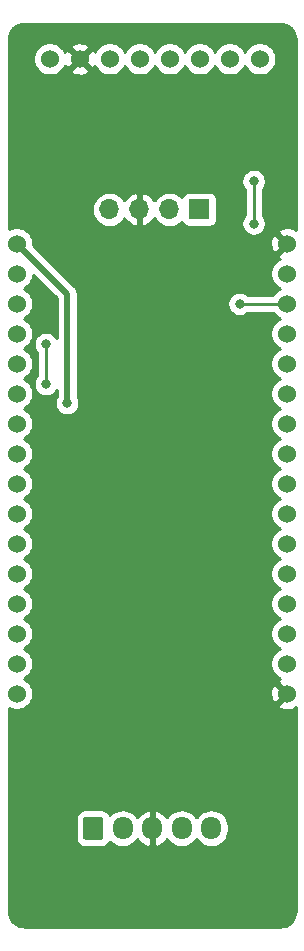
<source format=gbr>
G04 #@! TF.GenerationSoftware,KiCad,Pcbnew,(5.1.0-0)*
G04 #@! TF.CreationDate,2019-06-19T18:31:01-07:00*
G04 #@! TF.ProjectId,d32_sapflow_rtc,6433325f-7361-4706-966c-6f775f727463,rev?*
G04 #@! TF.SameCoordinates,Original*
G04 #@! TF.FileFunction,Copper,L2,Bot*
G04 #@! TF.FilePolarity,Positive*
%FSLAX46Y46*%
G04 Gerber Fmt 4.6, Leading zero omitted, Abs format (unit mm)*
G04 Created by KiCad (PCBNEW (5.1.0-0)) date 2019-06-19 18:31:01*
%MOMM*%
%LPD*%
G04 APERTURE LIST*
%ADD10R,1.700000X1.700000*%
%ADD11O,1.700000X1.700000*%
%ADD12C,1.524000*%
%ADD13C,0.100000*%
%ADD14C,1.700000*%
%ADD15O,1.700000X1.950000*%
%ADD16C,0.800000*%
%ADD17C,0.250000*%
%ADD18C,0.500000*%
%ADD19C,0.254000*%
G04 APERTURE END LIST*
D10*
X170600000Y-85800000D03*
D11*
X168060000Y-85800000D03*
X165520000Y-85800000D03*
X162980000Y-85800000D03*
D12*
X155145001Y-88695001D03*
X155145001Y-91235001D03*
X155145001Y-93775001D03*
X155145001Y-96315001D03*
X155145001Y-98855001D03*
X155145001Y-101395001D03*
X155145001Y-103935001D03*
X155145001Y-106475001D03*
X155145001Y-109015001D03*
X155145001Y-111555001D03*
X155145001Y-114095001D03*
X155145001Y-116635001D03*
X155145001Y-119175001D03*
X155145001Y-121715001D03*
X155145001Y-124255001D03*
X155145001Y-126795001D03*
X178005001Y-126795001D03*
X178005001Y-124255001D03*
X178005001Y-121715001D03*
X178005001Y-119175001D03*
X178005001Y-116635001D03*
X178005001Y-114095001D03*
X178005001Y-111555001D03*
X178005001Y-109015001D03*
X178005001Y-106475001D03*
X178005001Y-103935001D03*
X178005001Y-101395001D03*
X178005001Y-98855001D03*
X178005001Y-96315001D03*
X178005001Y-93775001D03*
X178005001Y-91235001D03*
X178005001Y-88695001D03*
D13*
G36*
X162224504Y-137226204D02*
G01*
X162248773Y-137229804D01*
X162272571Y-137235765D01*
X162295671Y-137244030D01*
X162317849Y-137254520D01*
X162338893Y-137267133D01*
X162358598Y-137281747D01*
X162376777Y-137298223D01*
X162393253Y-137316402D01*
X162407867Y-137336107D01*
X162420480Y-137357151D01*
X162430970Y-137379329D01*
X162439235Y-137402429D01*
X162445196Y-137426227D01*
X162448796Y-137450496D01*
X162450000Y-137475000D01*
X162450000Y-138925000D01*
X162448796Y-138949504D01*
X162445196Y-138973773D01*
X162439235Y-138997571D01*
X162430970Y-139020671D01*
X162420480Y-139042849D01*
X162407867Y-139063893D01*
X162393253Y-139083598D01*
X162376777Y-139101777D01*
X162358598Y-139118253D01*
X162338893Y-139132867D01*
X162317849Y-139145480D01*
X162295671Y-139155970D01*
X162272571Y-139164235D01*
X162248773Y-139170196D01*
X162224504Y-139173796D01*
X162200000Y-139175000D01*
X161000000Y-139175000D01*
X160975496Y-139173796D01*
X160951227Y-139170196D01*
X160927429Y-139164235D01*
X160904329Y-139155970D01*
X160882151Y-139145480D01*
X160861107Y-139132867D01*
X160841402Y-139118253D01*
X160823223Y-139101777D01*
X160806747Y-139083598D01*
X160792133Y-139063893D01*
X160779520Y-139042849D01*
X160769030Y-139020671D01*
X160760765Y-138997571D01*
X160754804Y-138973773D01*
X160751204Y-138949504D01*
X160750000Y-138925000D01*
X160750000Y-137475000D01*
X160751204Y-137450496D01*
X160754804Y-137426227D01*
X160760765Y-137402429D01*
X160769030Y-137379329D01*
X160779520Y-137357151D01*
X160792133Y-137336107D01*
X160806747Y-137316402D01*
X160823223Y-137298223D01*
X160841402Y-137281747D01*
X160861107Y-137267133D01*
X160882151Y-137254520D01*
X160904329Y-137244030D01*
X160927429Y-137235765D01*
X160951227Y-137229804D01*
X160975496Y-137226204D01*
X161000000Y-137225000D01*
X162200000Y-137225000D01*
X162224504Y-137226204D01*
X162224504Y-137226204D01*
G37*
D14*
X161600000Y-138200000D03*
D15*
X164100000Y-138200000D03*
X166600000Y-138200000D03*
X169100000Y-138200000D03*
X171600000Y-138200000D03*
D12*
X157940000Y-73060000D03*
X160480000Y-73060000D03*
X163020000Y-73060000D03*
X165560000Y-73060000D03*
X168100000Y-73060000D03*
X170640000Y-73060000D03*
X173180000Y-73060000D03*
X175720000Y-73060000D03*
D16*
X157600000Y-97200000D03*
X157600000Y-100600000D03*
X159400000Y-102200000D03*
X175200000Y-83400000D03*
X175200000Y-87000000D03*
X174000000Y-93800000D03*
D17*
X157600000Y-97200000D02*
X157600000Y-100600000D01*
D18*
X159400000Y-92950000D02*
X159400000Y-102200000D01*
X155145001Y-88695001D02*
X159400000Y-92950000D01*
D17*
X175200000Y-83400000D02*
X175200000Y-87000000D01*
X177980002Y-93800000D02*
X178005001Y-93775001D01*
X174000000Y-93800000D02*
X177980002Y-93800000D01*
D19*
G36*
X177659659Y-70088625D02*
G01*
X177909429Y-70164035D01*
X178139792Y-70286522D01*
X178341980Y-70451422D01*
X178508286Y-70652450D01*
X178632378Y-70881954D01*
X178709531Y-71131195D01*
X178740000Y-71421088D01*
X178740000Y-87546766D01*
X178723981Y-87489345D01*
X178474953Y-87372245D01*
X178207866Y-87305978D01*
X177932984Y-87293091D01*
X177660868Y-87334079D01*
X177401978Y-87427365D01*
X177286021Y-87489345D01*
X177219041Y-87729436D01*
X178005001Y-88515396D01*
X178019144Y-88501254D01*
X178198749Y-88680859D01*
X178184606Y-88695001D01*
X178198749Y-88709144D01*
X178019144Y-88888749D01*
X178005001Y-88874606D01*
X177219041Y-89660566D01*
X177286021Y-89900657D01*
X177421761Y-89964486D01*
X177343274Y-89996996D01*
X177114466Y-90149881D01*
X176919881Y-90344466D01*
X176766996Y-90573274D01*
X176661687Y-90827511D01*
X176608001Y-91097409D01*
X176608001Y-91372593D01*
X176661687Y-91642491D01*
X176766996Y-91896728D01*
X176919881Y-92125536D01*
X177114466Y-92320121D01*
X177343274Y-92473006D01*
X177420516Y-92505001D01*
X177343274Y-92536996D01*
X177114466Y-92689881D01*
X176919881Y-92884466D01*
X176815956Y-93040000D01*
X174703711Y-93040000D01*
X174659774Y-92996063D01*
X174490256Y-92882795D01*
X174301898Y-92804774D01*
X174101939Y-92765000D01*
X173898061Y-92765000D01*
X173698102Y-92804774D01*
X173509744Y-92882795D01*
X173340226Y-92996063D01*
X173196063Y-93140226D01*
X173082795Y-93309744D01*
X173004774Y-93498102D01*
X172965000Y-93698061D01*
X172965000Y-93901939D01*
X173004774Y-94101898D01*
X173082795Y-94290256D01*
X173196063Y-94459774D01*
X173340226Y-94603937D01*
X173509744Y-94717205D01*
X173698102Y-94795226D01*
X173898061Y-94835000D01*
X174101939Y-94835000D01*
X174301898Y-94795226D01*
X174490256Y-94717205D01*
X174659774Y-94603937D01*
X174703711Y-94560000D01*
X176849364Y-94560000D01*
X176919881Y-94665536D01*
X177114466Y-94860121D01*
X177343274Y-95013006D01*
X177420516Y-95045001D01*
X177343274Y-95076996D01*
X177114466Y-95229881D01*
X176919881Y-95424466D01*
X176766996Y-95653274D01*
X176661687Y-95907511D01*
X176608001Y-96177409D01*
X176608001Y-96452593D01*
X176661687Y-96722491D01*
X176766996Y-96976728D01*
X176919881Y-97205536D01*
X177114466Y-97400121D01*
X177343274Y-97553006D01*
X177420516Y-97585001D01*
X177343274Y-97616996D01*
X177114466Y-97769881D01*
X176919881Y-97964466D01*
X176766996Y-98193274D01*
X176661687Y-98447511D01*
X176608001Y-98717409D01*
X176608001Y-98992593D01*
X176661687Y-99262491D01*
X176766996Y-99516728D01*
X176919881Y-99745536D01*
X177114466Y-99940121D01*
X177343274Y-100093006D01*
X177420516Y-100125001D01*
X177343274Y-100156996D01*
X177114466Y-100309881D01*
X176919881Y-100504466D01*
X176766996Y-100733274D01*
X176661687Y-100987511D01*
X176608001Y-101257409D01*
X176608001Y-101532593D01*
X176661687Y-101802491D01*
X176766996Y-102056728D01*
X176919881Y-102285536D01*
X177114466Y-102480121D01*
X177343274Y-102633006D01*
X177420516Y-102665001D01*
X177343274Y-102696996D01*
X177114466Y-102849881D01*
X176919881Y-103044466D01*
X176766996Y-103273274D01*
X176661687Y-103527511D01*
X176608001Y-103797409D01*
X176608001Y-104072593D01*
X176661687Y-104342491D01*
X176766996Y-104596728D01*
X176919881Y-104825536D01*
X177114466Y-105020121D01*
X177343274Y-105173006D01*
X177420516Y-105205001D01*
X177343274Y-105236996D01*
X177114466Y-105389881D01*
X176919881Y-105584466D01*
X176766996Y-105813274D01*
X176661687Y-106067511D01*
X176608001Y-106337409D01*
X176608001Y-106612593D01*
X176661687Y-106882491D01*
X176766996Y-107136728D01*
X176919881Y-107365536D01*
X177114466Y-107560121D01*
X177343274Y-107713006D01*
X177420516Y-107745001D01*
X177343274Y-107776996D01*
X177114466Y-107929881D01*
X176919881Y-108124466D01*
X176766996Y-108353274D01*
X176661687Y-108607511D01*
X176608001Y-108877409D01*
X176608001Y-109152593D01*
X176661687Y-109422491D01*
X176766996Y-109676728D01*
X176919881Y-109905536D01*
X177114466Y-110100121D01*
X177343274Y-110253006D01*
X177420516Y-110285001D01*
X177343274Y-110316996D01*
X177114466Y-110469881D01*
X176919881Y-110664466D01*
X176766996Y-110893274D01*
X176661687Y-111147511D01*
X176608001Y-111417409D01*
X176608001Y-111692593D01*
X176661687Y-111962491D01*
X176766996Y-112216728D01*
X176919881Y-112445536D01*
X177114466Y-112640121D01*
X177343274Y-112793006D01*
X177420516Y-112825001D01*
X177343274Y-112856996D01*
X177114466Y-113009881D01*
X176919881Y-113204466D01*
X176766996Y-113433274D01*
X176661687Y-113687511D01*
X176608001Y-113957409D01*
X176608001Y-114232593D01*
X176661687Y-114502491D01*
X176766996Y-114756728D01*
X176919881Y-114985536D01*
X177114466Y-115180121D01*
X177343274Y-115333006D01*
X177420516Y-115365001D01*
X177343274Y-115396996D01*
X177114466Y-115549881D01*
X176919881Y-115744466D01*
X176766996Y-115973274D01*
X176661687Y-116227511D01*
X176608001Y-116497409D01*
X176608001Y-116772593D01*
X176661687Y-117042491D01*
X176766996Y-117296728D01*
X176919881Y-117525536D01*
X177114466Y-117720121D01*
X177343274Y-117873006D01*
X177420516Y-117905001D01*
X177343274Y-117936996D01*
X177114466Y-118089881D01*
X176919881Y-118284466D01*
X176766996Y-118513274D01*
X176661687Y-118767511D01*
X176608001Y-119037409D01*
X176608001Y-119312593D01*
X176661687Y-119582491D01*
X176766996Y-119836728D01*
X176919881Y-120065536D01*
X177114466Y-120260121D01*
X177343274Y-120413006D01*
X177420516Y-120445001D01*
X177343274Y-120476996D01*
X177114466Y-120629881D01*
X176919881Y-120824466D01*
X176766996Y-121053274D01*
X176661687Y-121307511D01*
X176608001Y-121577409D01*
X176608001Y-121852593D01*
X176661687Y-122122491D01*
X176766996Y-122376728D01*
X176919881Y-122605536D01*
X177114466Y-122800121D01*
X177343274Y-122953006D01*
X177420516Y-122985001D01*
X177343274Y-123016996D01*
X177114466Y-123169881D01*
X176919881Y-123364466D01*
X176766996Y-123593274D01*
X176661687Y-123847511D01*
X176608001Y-124117409D01*
X176608001Y-124392593D01*
X176661687Y-124662491D01*
X176766996Y-124916728D01*
X176919881Y-125145536D01*
X177114466Y-125340121D01*
X177343274Y-125493006D01*
X177414944Y-125522693D01*
X177401978Y-125527365D01*
X177286021Y-125589345D01*
X177219041Y-125829436D01*
X178005001Y-126615396D01*
X178019144Y-126601254D01*
X178198749Y-126780859D01*
X178184606Y-126795001D01*
X178198749Y-126809144D01*
X178019144Y-126988749D01*
X178005001Y-126974606D01*
X177219041Y-127760566D01*
X177286021Y-128000657D01*
X177535049Y-128117757D01*
X177802136Y-128184024D01*
X178077018Y-128196911D01*
X178349134Y-128155923D01*
X178608024Y-128062637D01*
X178723981Y-128000657D01*
X178740001Y-127943234D01*
X178740001Y-145167711D01*
X178711375Y-145459660D01*
X178635965Y-145709429D01*
X178513477Y-145939794D01*
X178348579Y-146141979D01*
X178147546Y-146308288D01*
X177918046Y-146432378D01*
X177668805Y-146509531D01*
X177378911Y-146540000D01*
X155832279Y-146540000D01*
X155540340Y-146511375D01*
X155290571Y-146435965D01*
X155060206Y-146313477D01*
X154858021Y-146148579D01*
X154691712Y-145947546D01*
X154567622Y-145718046D01*
X154490469Y-145468805D01*
X154460000Y-145178911D01*
X154460000Y-137475000D01*
X160111928Y-137475000D01*
X160111928Y-138925000D01*
X160128992Y-139098254D01*
X160179528Y-139264850D01*
X160261595Y-139418386D01*
X160372038Y-139552962D01*
X160506614Y-139663405D01*
X160660150Y-139745472D01*
X160826746Y-139796008D01*
X161000000Y-139813072D01*
X162200000Y-139813072D01*
X162373254Y-139796008D01*
X162539850Y-139745472D01*
X162693386Y-139663405D01*
X162827962Y-139552962D01*
X162938405Y-139418386D01*
X162992777Y-139316663D01*
X163044866Y-139380134D01*
X163270987Y-139565706D01*
X163528967Y-139703599D01*
X163808890Y-139788513D01*
X164100000Y-139817185D01*
X164391111Y-139788513D01*
X164671034Y-139703599D01*
X164929014Y-139565706D01*
X165155134Y-139380134D01*
X165340706Y-139154014D01*
X165354462Y-139128278D01*
X165510951Y-139334429D01*
X165728807Y-139527496D01*
X165980142Y-139674352D01*
X166243110Y-139766476D01*
X166473000Y-139645155D01*
X166473000Y-138327000D01*
X166453000Y-138327000D01*
X166453000Y-138073000D01*
X166473000Y-138073000D01*
X166473000Y-136754845D01*
X166727000Y-136754845D01*
X166727000Y-138073000D01*
X166747000Y-138073000D01*
X166747000Y-138327000D01*
X166727000Y-138327000D01*
X166727000Y-139645155D01*
X166956890Y-139766476D01*
X167219858Y-139674352D01*
X167471193Y-139527496D01*
X167689049Y-139334429D01*
X167845538Y-139128278D01*
X167859294Y-139154014D01*
X168044866Y-139380134D01*
X168270987Y-139565706D01*
X168528967Y-139703599D01*
X168808890Y-139788513D01*
X169100000Y-139817185D01*
X169391111Y-139788513D01*
X169671034Y-139703599D01*
X169929014Y-139565706D01*
X170155134Y-139380134D01*
X170340706Y-139154014D01*
X170350000Y-139136626D01*
X170359294Y-139154014D01*
X170544866Y-139380134D01*
X170770987Y-139565706D01*
X171028967Y-139703599D01*
X171308890Y-139788513D01*
X171600000Y-139817185D01*
X171891111Y-139788513D01*
X172171034Y-139703599D01*
X172429014Y-139565706D01*
X172655134Y-139380134D01*
X172840706Y-139154014D01*
X172978599Y-138896033D01*
X173063513Y-138616110D01*
X173085000Y-138397949D01*
X173085000Y-138002050D01*
X173063513Y-137783889D01*
X172978599Y-137503966D01*
X172840706Y-137245986D01*
X172655134Y-137019866D01*
X172429013Y-136834294D01*
X172171033Y-136696401D01*
X171891110Y-136611487D01*
X171600000Y-136582815D01*
X171308889Y-136611487D01*
X171028966Y-136696401D01*
X170770986Y-136834294D01*
X170544866Y-137019866D01*
X170359294Y-137245987D01*
X170350000Y-137263374D01*
X170340706Y-137245986D01*
X170155134Y-137019866D01*
X169929013Y-136834294D01*
X169671033Y-136696401D01*
X169391110Y-136611487D01*
X169100000Y-136582815D01*
X168808889Y-136611487D01*
X168528966Y-136696401D01*
X168270986Y-136834294D01*
X168044866Y-137019866D01*
X167859294Y-137245987D01*
X167845538Y-137271722D01*
X167689049Y-137065571D01*
X167471193Y-136872504D01*
X167219858Y-136725648D01*
X166956890Y-136633524D01*
X166727000Y-136754845D01*
X166473000Y-136754845D01*
X166243110Y-136633524D01*
X165980142Y-136725648D01*
X165728807Y-136872504D01*
X165510951Y-137065571D01*
X165354462Y-137271722D01*
X165340706Y-137245986D01*
X165155134Y-137019866D01*
X164929013Y-136834294D01*
X164671033Y-136696401D01*
X164391110Y-136611487D01*
X164100000Y-136582815D01*
X163808889Y-136611487D01*
X163528966Y-136696401D01*
X163270986Y-136834294D01*
X163044866Y-137019866D01*
X162992777Y-137083337D01*
X162938405Y-136981614D01*
X162827962Y-136847038D01*
X162693386Y-136736595D01*
X162539850Y-136654528D01*
X162373254Y-136603992D01*
X162200000Y-136586928D01*
X161000000Y-136586928D01*
X160826746Y-136603992D01*
X160660150Y-136654528D01*
X160506614Y-136736595D01*
X160372038Y-136847038D01*
X160261595Y-136981614D01*
X160179528Y-137135150D01*
X160128992Y-137301746D01*
X160111928Y-137475000D01*
X154460000Y-137475000D01*
X154460000Y-128017455D01*
X154483274Y-128033006D01*
X154737511Y-128138315D01*
X155007409Y-128192001D01*
X155282593Y-128192001D01*
X155552491Y-128138315D01*
X155806728Y-128033006D01*
X156035536Y-127880121D01*
X156230121Y-127685536D01*
X156383006Y-127456728D01*
X156488315Y-127202491D01*
X156542001Y-126932593D01*
X156542001Y-126867018D01*
X176603091Y-126867018D01*
X176644079Y-127139134D01*
X176737365Y-127398024D01*
X176799345Y-127513981D01*
X177039436Y-127580961D01*
X177825396Y-126795001D01*
X177039436Y-126009041D01*
X176799345Y-126076021D01*
X176682245Y-126325049D01*
X176615978Y-126592136D01*
X176603091Y-126867018D01*
X156542001Y-126867018D01*
X156542001Y-126657409D01*
X156488315Y-126387511D01*
X156383006Y-126133274D01*
X156230121Y-125904466D01*
X156035536Y-125709881D01*
X155806728Y-125556996D01*
X155729486Y-125525001D01*
X155806728Y-125493006D01*
X156035536Y-125340121D01*
X156230121Y-125145536D01*
X156383006Y-124916728D01*
X156488315Y-124662491D01*
X156542001Y-124392593D01*
X156542001Y-124117409D01*
X156488315Y-123847511D01*
X156383006Y-123593274D01*
X156230121Y-123364466D01*
X156035536Y-123169881D01*
X155806728Y-123016996D01*
X155729486Y-122985001D01*
X155806728Y-122953006D01*
X156035536Y-122800121D01*
X156230121Y-122605536D01*
X156383006Y-122376728D01*
X156488315Y-122122491D01*
X156542001Y-121852593D01*
X156542001Y-121577409D01*
X156488315Y-121307511D01*
X156383006Y-121053274D01*
X156230121Y-120824466D01*
X156035536Y-120629881D01*
X155806728Y-120476996D01*
X155729486Y-120445001D01*
X155806728Y-120413006D01*
X156035536Y-120260121D01*
X156230121Y-120065536D01*
X156383006Y-119836728D01*
X156488315Y-119582491D01*
X156542001Y-119312593D01*
X156542001Y-119037409D01*
X156488315Y-118767511D01*
X156383006Y-118513274D01*
X156230121Y-118284466D01*
X156035536Y-118089881D01*
X155806728Y-117936996D01*
X155729486Y-117905001D01*
X155806728Y-117873006D01*
X156035536Y-117720121D01*
X156230121Y-117525536D01*
X156383006Y-117296728D01*
X156488315Y-117042491D01*
X156542001Y-116772593D01*
X156542001Y-116497409D01*
X156488315Y-116227511D01*
X156383006Y-115973274D01*
X156230121Y-115744466D01*
X156035536Y-115549881D01*
X155806728Y-115396996D01*
X155729486Y-115365001D01*
X155806728Y-115333006D01*
X156035536Y-115180121D01*
X156230121Y-114985536D01*
X156383006Y-114756728D01*
X156488315Y-114502491D01*
X156542001Y-114232593D01*
X156542001Y-113957409D01*
X156488315Y-113687511D01*
X156383006Y-113433274D01*
X156230121Y-113204466D01*
X156035536Y-113009881D01*
X155806728Y-112856996D01*
X155729486Y-112825001D01*
X155806728Y-112793006D01*
X156035536Y-112640121D01*
X156230121Y-112445536D01*
X156383006Y-112216728D01*
X156488315Y-111962491D01*
X156542001Y-111692593D01*
X156542001Y-111417409D01*
X156488315Y-111147511D01*
X156383006Y-110893274D01*
X156230121Y-110664466D01*
X156035536Y-110469881D01*
X155806728Y-110316996D01*
X155729486Y-110285001D01*
X155806728Y-110253006D01*
X156035536Y-110100121D01*
X156230121Y-109905536D01*
X156383006Y-109676728D01*
X156488315Y-109422491D01*
X156542001Y-109152593D01*
X156542001Y-108877409D01*
X156488315Y-108607511D01*
X156383006Y-108353274D01*
X156230121Y-108124466D01*
X156035536Y-107929881D01*
X155806728Y-107776996D01*
X155729486Y-107745001D01*
X155806728Y-107713006D01*
X156035536Y-107560121D01*
X156230121Y-107365536D01*
X156383006Y-107136728D01*
X156488315Y-106882491D01*
X156542001Y-106612593D01*
X156542001Y-106337409D01*
X156488315Y-106067511D01*
X156383006Y-105813274D01*
X156230121Y-105584466D01*
X156035536Y-105389881D01*
X155806728Y-105236996D01*
X155729486Y-105205001D01*
X155806728Y-105173006D01*
X156035536Y-105020121D01*
X156230121Y-104825536D01*
X156383006Y-104596728D01*
X156488315Y-104342491D01*
X156542001Y-104072593D01*
X156542001Y-103797409D01*
X156488315Y-103527511D01*
X156383006Y-103273274D01*
X156230121Y-103044466D01*
X156035536Y-102849881D01*
X155806728Y-102696996D01*
X155729486Y-102665001D01*
X155806728Y-102633006D01*
X156035536Y-102480121D01*
X156230121Y-102285536D01*
X156383006Y-102056728D01*
X156488315Y-101802491D01*
X156542001Y-101532593D01*
X156542001Y-101257409D01*
X156488315Y-100987511D01*
X156383006Y-100733274D01*
X156230121Y-100504466D01*
X156035536Y-100309881D01*
X155806728Y-100156996D01*
X155729486Y-100125001D01*
X155806728Y-100093006D01*
X156035536Y-99940121D01*
X156230121Y-99745536D01*
X156383006Y-99516728D01*
X156488315Y-99262491D01*
X156542001Y-98992593D01*
X156542001Y-98717409D01*
X156488315Y-98447511D01*
X156383006Y-98193274D01*
X156230121Y-97964466D01*
X156035536Y-97769881D01*
X155806728Y-97616996D01*
X155729486Y-97585001D01*
X155806728Y-97553006D01*
X156035536Y-97400121D01*
X156230121Y-97205536D01*
X156383006Y-96976728D01*
X156488315Y-96722491D01*
X156542001Y-96452593D01*
X156542001Y-96177409D01*
X156488315Y-95907511D01*
X156383006Y-95653274D01*
X156230121Y-95424466D01*
X156035536Y-95229881D01*
X155806728Y-95076996D01*
X155729486Y-95045001D01*
X155806728Y-95013006D01*
X156035536Y-94860121D01*
X156230121Y-94665536D01*
X156383006Y-94436728D01*
X156488315Y-94182491D01*
X156542001Y-93912593D01*
X156542001Y-93637409D01*
X156488315Y-93367511D01*
X156383006Y-93113274D01*
X156230121Y-92884466D01*
X156035536Y-92689881D01*
X155806728Y-92536996D01*
X155729486Y-92505001D01*
X155806728Y-92473006D01*
X156035536Y-92320121D01*
X156230121Y-92125536D01*
X156383006Y-91896728D01*
X156488315Y-91642491D01*
X156542001Y-91372593D01*
X156542001Y-91343579D01*
X158515000Y-93316579D01*
X158515000Y-96706445D01*
X158403937Y-96540226D01*
X158259774Y-96396063D01*
X158090256Y-96282795D01*
X157901898Y-96204774D01*
X157701939Y-96165000D01*
X157498061Y-96165000D01*
X157298102Y-96204774D01*
X157109744Y-96282795D01*
X156940226Y-96396063D01*
X156796063Y-96540226D01*
X156682795Y-96709744D01*
X156604774Y-96898102D01*
X156565000Y-97098061D01*
X156565000Y-97301939D01*
X156604774Y-97501898D01*
X156682795Y-97690256D01*
X156796063Y-97859774D01*
X156840000Y-97903711D01*
X156840001Y-99896288D01*
X156796063Y-99940226D01*
X156682795Y-100109744D01*
X156604774Y-100298102D01*
X156565000Y-100498061D01*
X156565000Y-100701939D01*
X156604774Y-100901898D01*
X156682795Y-101090256D01*
X156796063Y-101259774D01*
X156940226Y-101403937D01*
X157109744Y-101517205D01*
X157298102Y-101595226D01*
X157498061Y-101635000D01*
X157701939Y-101635000D01*
X157901898Y-101595226D01*
X158090256Y-101517205D01*
X158259774Y-101403937D01*
X158403937Y-101259774D01*
X158515001Y-101093555D01*
X158515001Y-101661544D01*
X158482795Y-101709744D01*
X158404774Y-101898102D01*
X158365000Y-102098061D01*
X158365000Y-102301939D01*
X158404774Y-102501898D01*
X158482795Y-102690256D01*
X158596063Y-102859774D01*
X158740226Y-103003937D01*
X158909744Y-103117205D01*
X159098102Y-103195226D01*
X159298061Y-103235000D01*
X159501939Y-103235000D01*
X159701898Y-103195226D01*
X159890256Y-103117205D01*
X160059774Y-103003937D01*
X160203937Y-102859774D01*
X160317205Y-102690256D01*
X160395226Y-102501898D01*
X160435000Y-102301939D01*
X160435000Y-102098061D01*
X160395226Y-101898102D01*
X160317205Y-101709744D01*
X160285000Y-101661546D01*
X160285000Y-92993465D01*
X160289281Y-92949999D01*
X160285000Y-92906533D01*
X160285000Y-92906523D01*
X160272195Y-92776510D01*
X160221589Y-92609687D01*
X160139411Y-92455941D01*
X160028817Y-92321183D01*
X159995050Y-92293472D01*
X156540702Y-88839124D01*
X156542001Y-88832593D01*
X156542001Y-88767018D01*
X176603091Y-88767018D01*
X176644079Y-89039134D01*
X176737365Y-89298024D01*
X176799345Y-89413981D01*
X177039436Y-89480961D01*
X177825396Y-88695001D01*
X177039436Y-87909041D01*
X176799345Y-87976021D01*
X176682245Y-88225049D01*
X176615978Y-88492136D01*
X176603091Y-88767018D01*
X156542001Y-88767018D01*
X156542001Y-88557409D01*
X156488315Y-88287511D01*
X156383006Y-88033274D01*
X156230121Y-87804466D01*
X156035536Y-87609881D01*
X155806728Y-87456996D01*
X155552491Y-87351687D01*
X155282593Y-87298001D01*
X155007409Y-87298001D01*
X154737511Y-87351687D01*
X154483274Y-87456996D01*
X154460000Y-87472547D01*
X154460000Y-85800000D01*
X161487815Y-85800000D01*
X161516487Y-86091111D01*
X161601401Y-86371034D01*
X161739294Y-86629014D01*
X161924866Y-86855134D01*
X162150986Y-87040706D01*
X162408966Y-87178599D01*
X162688889Y-87263513D01*
X162907050Y-87285000D01*
X163052950Y-87285000D01*
X163271111Y-87263513D01*
X163551034Y-87178599D01*
X163809014Y-87040706D01*
X164035134Y-86855134D01*
X164220706Y-86629014D01*
X164255201Y-86564477D01*
X164324822Y-86681355D01*
X164519731Y-86897588D01*
X164753080Y-87071641D01*
X165015901Y-87196825D01*
X165163110Y-87241476D01*
X165393000Y-87120155D01*
X165393000Y-85927000D01*
X165373000Y-85927000D01*
X165373000Y-85673000D01*
X165393000Y-85673000D01*
X165393000Y-84479845D01*
X165647000Y-84479845D01*
X165647000Y-85673000D01*
X165667000Y-85673000D01*
X165667000Y-85927000D01*
X165647000Y-85927000D01*
X165647000Y-87120155D01*
X165876890Y-87241476D01*
X166024099Y-87196825D01*
X166286920Y-87071641D01*
X166520269Y-86897588D01*
X166715178Y-86681355D01*
X166784799Y-86564477D01*
X166819294Y-86629014D01*
X167004866Y-86855134D01*
X167230986Y-87040706D01*
X167488966Y-87178599D01*
X167768889Y-87263513D01*
X167987050Y-87285000D01*
X168132950Y-87285000D01*
X168351111Y-87263513D01*
X168631034Y-87178599D01*
X168889014Y-87040706D01*
X169115134Y-86855134D01*
X169139607Y-86825313D01*
X169160498Y-86894180D01*
X169219463Y-87004494D01*
X169298815Y-87101185D01*
X169395506Y-87180537D01*
X169505820Y-87239502D01*
X169625518Y-87275812D01*
X169750000Y-87288072D01*
X171450000Y-87288072D01*
X171574482Y-87275812D01*
X171694180Y-87239502D01*
X171804494Y-87180537D01*
X171901185Y-87101185D01*
X171980537Y-87004494D01*
X172039502Y-86894180D01*
X172075812Y-86774482D01*
X172088072Y-86650000D01*
X172088072Y-84950000D01*
X172075812Y-84825518D01*
X172039502Y-84705820D01*
X171980537Y-84595506D01*
X171901185Y-84498815D01*
X171804494Y-84419463D01*
X171694180Y-84360498D01*
X171574482Y-84324188D01*
X171450000Y-84311928D01*
X169750000Y-84311928D01*
X169625518Y-84324188D01*
X169505820Y-84360498D01*
X169395506Y-84419463D01*
X169298815Y-84498815D01*
X169219463Y-84595506D01*
X169160498Y-84705820D01*
X169139607Y-84774687D01*
X169115134Y-84744866D01*
X168889014Y-84559294D01*
X168631034Y-84421401D01*
X168351111Y-84336487D01*
X168132950Y-84315000D01*
X167987050Y-84315000D01*
X167768889Y-84336487D01*
X167488966Y-84421401D01*
X167230986Y-84559294D01*
X167004866Y-84744866D01*
X166819294Y-84970986D01*
X166784799Y-85035523D01*
X166715178Y-84918645D01*
X166520269Y-84702412D01*
X166286920Y-84528359D01*
X166024099Y-84403175D01*
X165876890Y-84358524D01*
X165647000Y-84479845D01*
X165393000Y-84479845D01*
X165163110Y-84358524D01*
X165015901Y-84403175D01*
X164753080Y-84528359D01*
X164519731Y-84702412D01*
X164324822Y-84918645D01*
X164255201Y-85035523D01*
X164220706Y-84970986D01*
X164035134Y-84744866D01*
X163809014Y-84559294D01*
X163551034Y-84421401D01*
X163271111Y-84336487D01*
X163052950Y-84315000D01*
X162907050Y-84315000D01*
X162688889Y-84336487D01*
X162408966Y-84421401D01*
X162150986Y-84559294D01*
X161924866Y-84744866D01*
X161739294Y-84970986D01*
X161601401Y-85228966D01*
X161516487Y-85508889D01*
X161487815Y-85800000D01*
X154460000Y-85800000D01*
X154460000Y-83298061D01*
X174165000Y-83298061D01*
X174165000Y-83501939D01*
X174204774Y-83701898D01*
X174282795Y-83890256D01*
X174396063Y-84059774D01*
X174440000Y-84103711D01*
X174440001Y-86296288D01*
X174396063Y-86340226D01*
X174282795Y-86509744D01*
X174204774Y-86698102D01*
X174165000Y-86898061D01*
X174165000Y-87101939D01*
X174204774Y-87301898D01*
X174282795Y-87490256D01*
X174396063Y-87659774D01*
X174540226Y-87803937D01*
X174709744Y-87917205D01*
X174898102Y-87995226D01*
X175098061Y-88035000D01*
X175301939Y-88035000D01*
X175501898Y-87995226D01*
X175690256Y-87917205D01*
X175859774Y-87803937D01*
X176003937Y-87659774D01*
X176117205Y-87490256D01*
X176195226Y-87301898D01*
X176235000Y-87101939D01*
X176235000Y-86898061D01*
X176195226Y-86698102D01*
X176117205Y-86509744D01*
X176003937Y-86340226D01*
X175960000Y-86296289D01*
X175960000Y-84103711D01*
X176003937Y-84059774D01*
X176117205Y-83890256D01*
X176195226Y-83701898D01*
X176235000Y-83501939D01*
X176235000Y-83298061D01*
X176195226Y-83098102D01*
X176117205Y-82909744D01*
X176003937Y-82740226D01*
X175859774Y-82596063D01*
X175690256Y-82482795D01*
X175501898Y-82404774D01*
X175301939Y-82365000D01*
X175098061Y-82365000D01*
X174898102Y-82404774D01*
X174709744Y-82482795D01*
X174540226Y-82596063D01*
X174396063Y-82740226D01*
X174282795Y-82909744D01*
X174204774Y-83098102D01*
X174165000Y-83298061D01*
X154460000Y-83298061D01*
X154460000Y-72922408D01*
X156543000Y-72922408D01*
X156543000Y-73197592D01*
X156596686Y-73467490D01*
X156701995Y-73721727D01*
X156854880Y-73950535D01*
X157049465Y-74145120D01*
X157278273Y-74298005D01*
X157532510Y-74403314D01*
X157802408Y-74457000D01*
X158077592Y-74457000D01*
X158347490Y-74403314D01*
X158601727Y-74298005D01*
X158830535Y-74145120D01*
X158950090Y-74025565D01*
X159694040Y-74025565D01*
X159761020Y-74265656D01*
X160010048Y-74382756D01*
X160277135Y-74449023D01*
X160552017Y-74461910D01*
X160824133Y-74420922D01*
X161083023Y-74327636D01*
X161198980Y-74265656D01*
X161265960Y-74025565D01*
X160480000Y-73239605D01*
X159694040Y-74025565D01*
X158950090Y-74025565D01*
X159025120Y-73950535D01*
X159178005Y-73721727D01*
X159207692Y-73650057D01*
X159212364Y-73663023D01*
X159274344Y-73778980D01*
X159514435Y-73845960D01*
X160300395Y-73060000D01*
X160659605Y-73060000D01*
X161445565Y-73845960D01*
X161685656Y-73778980D01*
X161749485Y-73643240D01*
X161781995Y-73721727D01*
X161934880Y-73950535D01*
X162129465Y-74145120D01*
X162358273Y-74298005D01*
X162612510Y-74403314D01*
X162882408Y-74457000D01*
X163157592Y-74457000D01*
X163427490Y-74403314D01*
X163681727Y-74298005D01*
X163910535Y-74145120D01*
X164105120Y-73950535D01*
X164258005Y-73721727D01*
X164290000Y-73644485D01*
X164321995Y-73721727D01*
X164474880Y-73950535D01*
X164669465Y-74145120D01*
X164898273Y-74298005D01*
X165152510Y-74403314D01*
X165422408Y-74457000D01*
X165697592Y-74457000D01*
X165967490Y-74403314D01*
X166221727Y-74298005D01*
X166450535Y-74145120D01*
X166645120Y-73950535D01*
X166798005Y-73721727D01*
X166830000Y-73644485D01*
X166861995Y-73721727D01*
X167014880Y-73950535D01*
X167209465Y-74145120D01*
X167438273Y-74298005D01*
X167692510Y-74403314D01*
X167962408Y-74457000D01*
X168237592Y-74457000D01*
X168507490Y-74403314D01*
X168761727Y-74298005D01*
X168990535Y-74145120D01*
X169185120Y-73950535D01*
X169338005Y-73721727D01*
X169370000Y-73644485D01*
X169401995Y-73721727D01*
X169554880Y-73950535D01*
X169749465Y-74145120D01*
X169978273Y-74298005D01*
X170232510Y-74403314D01*
X170502408Y-74457000D01*
X170777592Y-74457000D01*
X171047490Y-74403314D01*
X171301727Y-74298005D01*
X171530535Y-74145120D01*
X171725120Y-73950535D01*
X171878005Y-73721727D01*
X171910000Y-73644485D01*
X171941995Y-73721727D01*
X172094880Y-73950535D01*
X172289465Y-74145120D01*
X172518273Y-74298005D01*
X172772510Y-74403314D01*
X173042408Y-74457000D01*
X173317592Y-74457000D01*
X173587490Y-74403314D01*
X173841727Y-74298005D01*
X174070535Y-74145120D01*
X174265120Y-73950535D01*
X174418005Y-73721727D01*
X174450000Y-73644485D01*
X174481995Y-73721727D01*
X174634880Y-73950535D01*
X174829465Y-74145120D01*
X175058273Y-74298005D01*
X175312510Y-74403314D01*
X175582408Y-74457000D01*
X175857592Y-74457000D01*
X176127490Y-74403314D01*
X176381727Y-74298005D01*
X176610535Y-74145120D01*
X176805120Y-73950535D01*
X176958005Y-73721727D01*
X177063314Y-73467490D01*
X177117000Y-73197592D01*
X177117000Y-72922408D01*
X177063314Y-72652510D01*
X176958005Y-72398273D01*
X176805120Y-72169465D01*
X176610535Y-71974880D01*
X176381727Y-71821995D01*
X176127490Y-71716686D01*
X175857592Y-71663000D01*
X175582408Y-71663000D01*
X175312510Y-71716686D01*
X175058273Y-71821995D01*
X174829465Y-71974880D01*
X174634880Y-72169465D01*
X174481995Y-72398273D01*
X174450000Y-72475515D01*
X174418005Y-72398273D01*
X174265120Y-72169465D01*
X174070535Y-71974880D01*
X173841727Y-71821995D01*
X173587490Y-71716686D01*
X173317592Y-71663000D01*
X173042408Y-71663000D01*
X172772510Y-71716686D01*
X172518273Y-71821995D01*
X172289465Y-71974880D01*
X172094880Y-72169465D01*
X171941995Y-72398273D01*
X171910000Y-72475515D01*
X171878005Y-72398273D01*
X171725120Y-72169465D01*
X171530535Y-71974880D01*
X171301727Y-71821995D01*
X171047490Y-71716686D01*
X170777592Y-71663000D01*
X170502408Y-71663000D01*
X170232510Y-71716686D01*
X169978273Y-71821995D01*
X169749465Y-71974880D01*
X169554880Y-72169465D01*
X169401995Y-72398273D01*
X169370000Y-72475515D01*
X169338005Y-72398273D01*
X169185120Y-72169465D01*
X168990535Y-71974880D01*
X168761727Y-71821995D01*
X168507490Y-71716686D01*
X168237592Y-71663000D01*
X167962408Y-71663000D01*
X167692510Y-71716686D01*
X167438273Y-71821995D01*
X167209465Y-71974880D01*
X167014880Y-72169465D01*
X166861995Y-72398273D01*
X166830000Y-72475515D01*
X166798005Y-72398273D01*
X166645120Y-72169465D01*
X166450535Y-71974880D01*
X166221727Y-71821995D01*
X165967490Y-71716686D01*
X165697592Y-71663000D01*
X165422408Y-71663000D01*
X165152510Y-71716686D01*
X164898273Y-71821995D01*
X164669465Y-71974880D01*
X164474880Y-72169465D01*
X164321995Y-72398273D01*
X164290000Y-72475515D01*
X164258005Y-72398273D01*
X164105120Y-72169465D01*
X163910535Y-71974880D01*
X163681727Y-71821995D01*
X163427490Y-71716686D01*
X163157592Y-71663000D01*
X162882408Y-71663000D01*
X162612510Y-71716686D01*
X162358273Y-71821995D01*
X162129465Y-71974880D01*
X161934880Y-72169465D01*
X161781995Y-72398273D01*
X161752308Y-72469943D01*
X161747636Y-72456977D01*
X161685656Y-72341020D01*
X161445565Y-72274040D01*
X160659605Y-73060000D01*
X160300395Y-73060000D01*
X159514435Y-72274040D01*
X159274344Y-72341020D01*
X159210515Y-72476760D01*
X159178005Y-72398273D01*
X159025120Y-72169465D01*
X158950090Y-72094435D01*
X159694040Y-72094435D01*
X160480000Y-72880395D01*
X161265960Y-72094435D01*
X161198980Y-71854344D01*
X160949952Y-71737244D01*
X160682865Y-71670977D01*
X160407983Y-71658090D01*
X160135867Y-71699078D01*
X159876977Y-71792364D01*
X159761020Y-71854344D01*
X159694040Y-72094435D01*
X158950090Y-72094435D01*
X158830535Y-71974880D01*
X158601727Y-71821995D01*
X158347490Y-71716686D01*
X158077592Y-71663000D01*
X157802408Y-71663000D01*
X157532510Y-71716686D01*
X157278273Y-71821995D01*
X157049465Y-71974880D01*
X156854880Y-72169465D01*
X156701995Y-72398273D01*
X156596686Y-72652510D01*
X156543000Y-72922408D01*
X154460000Y-72922408D01*
X154460000Y-71432279D01*
X154488625Y-71140341D01*
X154564035Y-70890571D01*
X154686522Y-70660208D01*
X154851422Y-70458020D01*
X155052450Y-70291714D01*
X155281954Y-70167622D01*
X155531195Y-70090469D01*
X155821088Y-70060000D01*
X177367721Y-70060000D01*
X177659659Y-70088625D01*
X177659659Y-70088625D01*
G37*
X177659659Y-70088625D02*
X177909429Y-70164035D01*
X178139792Y-70286522D01*
X178341980Y-70451422D01*
X178508286Y-70652450D01*
X178632378Y-70881954D01*
X178709531Y-71131195D01*
X178740000Y-71421088D01*
X178740000Y-87546766D01*
X178723981Y-87489345D01*
X178474953Y-87372245D01*
X178207866Y-87305978D01*
X177932984Y-87293091D01*
X177660868Y-87334079D01*
X177401978Y-87427365D01*
X177286021Y-87489345D01*
X177219041Y-87729436D01*
X178005001Y-88515396D01*
X178019144Y-88501254D01*
X178198749Y-88680859D01*
X178184606Y-88695001D01*
X178198749Y-88709144D01*
X178019144Y-88888749D01*
X178005001Y-88874606D01*
X177219041Y-89660566D01*
X177286021Y-89900657D01*
X177421761Y-89964486D01*
X177343274Y-89996996D01*
X177114466Y-90149881D01*
X176919881Y-90344466D01*
X176766996Y-90573274D01*
X176661687Y-90827511D01*
X176608001Y-91097409D01*
X176608001Y-91372593D01*
X176661687Y-91642491D01*
X176766996Y-91896728D01*
X176919881Y-92125536D01*
X177114466Y-92320121D01*
X177343274Y-92473006D01*
X177420516Y-92505001D01*
X177343274Y-92536996D01*
X177114466Y-92689881D01*
X176919881Y-92884466D01*
X176815956Y-93040000D01*
X174703711Y-93040000D01*
X174659774Y-92996063D01*
X174490256Y-92882795D01*
X174301898Y-92804774D01*
X174101939Y-92765000D01*
X173898061Y-92765000D01*
X173698102Y-92804774D01*
X173509744Y-92882795D01*
X173340226Y-92996063D01*
X173196063Y-93140226D01*
X173082795Y-93309744D01*
X173004774Y-93498102D01*
X172965000Y-93698061D01*
X172965000Y-93901939D01*
X173004774Y-94101898D01*
X173082795Y-94290256D01*
X173196063Y-94459774D01*
X173340226Y-94603937D01*
X173509744Y-94717205D01*
X173698102Y-94795226D01*
X173898061Y-94835000D01*
X174101939Y-94835000D01*
X174301898Y-94795226D01*
X174490256Y-94717205D01*
X174659774Y-94603937D01*
X174703711Y-94560000D01*
X176849364Y-94560000D01*
X176919881Y-94665536D01*
X177114466Y-94860121D01*
X177343274Y-95013006D01*
X177420516Y-95045001D01*
X177343274Y-95076996D01*
X177114466Y-95229881D01*
X176919881Y-95424466D01*
X176766996Y-95653274D01*
X176661687Y-95907511D01*
X176608001Y-96177409D01*
X176608001Y-96452593D01*
X176661687Y-96722491D01*
X176766996Y-96976728D01*
X176919881Y-97205536D01*
X177114466Y-97400121D01*
X177343274Y-97553006D01*
X177420516Y-97585001D01*
X177343274Y-97616996D01*
X177114466Y-97769881D01*
X176919881Y-97964466D01*
X176766996Y-98193274D01*
X176661687Y-98447511D01*
X176608001Y-98717409D01*
X176608001Y-98992593D01*
X176661687Y-99262491D01*
X176766996Y-99516728D01*
X176919881Y-99745536D01*
X177114466Y-99940121D01*
X177343274Y-100093006D01*
X177420516Y-100125001D01*
X177343274Y-100156996D01*
X177114466Y-100309881D01*
X176919881Y-100504466D01*
X176766996Y-100733274D01*
X176661687Y-100987511D01*
X176608001Y-101257409D01*
X176608001Y-101532593D01*
X176661687Y-101802491D01*
X176766996Y-102056728D01*
X176919881Y-102285536D01*
X177114466Y-102480121D01*
X177343274Y-102633006D01*
X177420516Y-102665001D01*
X177343274Y-102696996D01*
X177114466Y-102849881D01*
X176919881Y-103044466D01*
X176766996Y-103273274D01*
X176661687Y-103527511D01*
X176608001Y-103797409D01*
X176608001Y-104072593D01*
X176661687Y-104342491D01*
X176766996Y-104596728D01*
X176919881Y-104825536D01*
X177114466Y-105020121D01*
X177343274Y-105173006D01*
X177420516Y-105205001D01*
X177343274Y-105236996D01*
X177114466Y-105389881D01*
X176919881Y-105584466D01*
X176766996Y-105813274D01*
X176661687Y-106067511D01*
X176608001Y-106337409D01*
X176608001Y-106612593D01*
X176661687Y-106882491D01*
X176766996Y-107136728D01*
X176919881Y-107365536D01*
X177114466Y-107560121D01*
X177343274Y-107713006D01*
X177420516Y-107745001D01*
X177343274Y-107776996D01*
X177114466Y-107929881D01*
X176919881Y-108124466D01*
X176766996Y-108353274D01*
X176661687Y-108607511D01*
X176608001Y-108877409D01*
X176608001Y-109152593D01*
X176661687Y-109422491D01*
X176766996Y-109676728D01*
X176919881Y-109905536D01*
X177114466Y-110100121D01*
X177343274Y-110253006D01*
X177420516Y-110285001D01*
X177343274Y-110316996D01*
X177114466Y-110469881D01*
X176919881Y-110664466D01*
X176766996Y-110893274D01*
X176661687Y-111147511D01*
X176608001Y-111417409D01*
X176608001Y-111692593D01*
X176661687Y-111962491D01*
X176766996Y-112216728D01*
X176919881Y-112445536D01*
X177114466Y-112640121D01*
X177343274Y-112793006D01*
X177420516Y-112825001D01*
X177343274Y-112856996D01*
X177114466Y-113009881D01*
X176919881Y-113204466D01*
X176766996Y-113433274D01*
X176661687Y-113687511D01*
X176608001Y-113957409D01*
X176608001Y-114232593D01*
X176661687Y-114502491D01*
X176766996Y-114756728D01*
X176919881Y-114985536D01*
X177114466Y-115180121D01*
X177343274Y-115333006D01*
X177420516Y-115365001D01*
X177343274Y-115396996D01*
X177114466Y-115549881D01*
X176919881Y-115744466D01*
X176766996Y-115973274D01*
X176661687Y-116227511D01*
X176608001Y-116497409D01*
X176608001Y-116772593D01*
X176661687Y-117042491D01*
X176766996Y-117296728D01*
X176919881Y-117525536D01*
X177114466Y-117720121D01*
X177343274Y-117873006D01*
X177420516Y-117905001D01*
X177343274Y-117936996D01*
X177114466Y-118089881D01*
X176919881Y-118284466D01*
X176766996Y-118513274D01*
X176661687Y-118767511D01*
X176608001Y-119037409D01*
X176608001Y-119312593D01*
X176661687Y-119582491D01*
X176766996Y-119836728D01*
X176919881Y-120065536D01*
X177114466Y-120260121D01*
X177343274Y-120413006D01*
X177420516Y-120445001D01*
X177343274Y-120476996D01*
X177114466Y-120629881D01*
X176919881Y-120824466D01*
X176766996Y-121053274D01*
X176661687Y-121307511D01*
X176608001Y-121577409D01*
X176608001Y-121852593D01*
X176661687Y-122122491D01*
X176766996Y-122376728D01*
X176919881Y-122605536D01*
X177114466Y-122800121D01*
X177343274Y-122953006D01*
X177420516Y-122985001D01*
X177343274Y-123016996D01*
X177114466Y-123169881D01*
X176919881Y-123364466D01*
X176766996Y-123593274D01*
X176661687Y-123847511D01*
X176608001Y-124117409D01*
X176608001Y-124392593D01*
X176661687Y-124662491D01*
X176766996Y-124916728D01*
X176919881Y-125145536D01*
X177114466Y-125340121D01*
X177343274Y-125493006D01*
X177414944Y-125522693D01*
X177401978Y-125527365D01*
X177286021Y-125589345D01*
X177219041Y-125829436D01*
X178005001Y-126615396D01*
X178019144Y-126601254D01*
X178198749Y-126780859D01*
X178184606Y-126795001D01*
X178198749Y-126809144D01*
X178019144Y-126988749D01*
X178005001Y-126974606D01*
X177219041Y-127760566D01*
X177286021Y-128000657D01*
X177535049Y-128117757D01*
X177802136Y-128184024D01*
X178077018Y-128196911D01*
X178349134Y-128155923D01*
X178608024Y-128062637D01*
X178723981Y-128000657D01*
X178740001Y-127943234D01*
X178740001Y-145167711D01*
X178711375Y-145459660D01*
X178635965Y-145709429D01*
X178513477Y-145939794D01*
X178348579Y-146141979D01*
X178147546Y-146308288D01*
X177918046Y-146432378D01*
X177668805Y-146509531D01*
X177378911Y-146540000D01*
X155832279Y-146540000D01*
X155540340Y-146511375D01*
X155290571Y-146435965D01*
X155060206Y-146313477D01*
X154858021Y-146148579D01*
X154691712Y-145947546D01*
X154567622Y-145718046D01*
X154490469Y-145468805D01*
X154460000Y-145178911D01*
X154460000Y-137475000D01*
X160111928Y-137475000D01*
X160111928Y-138925000D01*
X160128992Y-139098254D01*
X160179528Y-139264850D01*
X160261595Y-139418386D01*
X160372038Y-139552962D01*
X160506614Y-139663405D01*
X160660150Y-139745472D01*
X160826746Y-139796008D01*
X161000000Y-139813072D01*
X162200000Y-139813072D01*
X162373254Y-139796008D01*
X162539850Y-139745472D01*
X162693386Y-139663405D01*
X162827962Y-139552962D01*
X162938405Y-139418386D01*
X162992777Y-139316663D01*
X163044866Y-139380134D01*
X163270987Y-139565706D01*
X163528967Y-139703599D01*
X163808890Y-139788513D01*
X164100000Y-139817185D01*
X164391111Y-139788513D01*
X164671034Y-139703599D01*
X164929014Y-139565706D01*
X165155134Y-139380134D01*
X165340706Y-139154014D01*
X165354462Y-139128278D01*
X165510951Y-139334429D01*
X165728807Y-139527496D01*
X165980142Y-139674352D01*
X166243110Y-139766476D01*
X166473000Y-139645155D01*
X166473000Y-138327000D01*
X166453000Y-138327000D01*
X166453000Y-138073000D01*
X166473000Y-138073000D01*
X166473000Y-136754845D01*
X166727000Y-136754845D01*
X166727000Y-138073000D01*
X166747000Y-138073000D01*
X166747000Y-138327000D01*
X166727000Y-138327000D01*
X166727000Y-139645155D01*
X166956890Y-139766476D01*
X167219858Y-139674352D01*
X167471193Y-139527496D01*
X167689049Y-139334429D01*
X167845538Y-139128278D01*
X167859294Y-139154014D01*
X168044866Y-139380134D01*
X168270987Y-139565706D01*
X168528967Y-139703599D01*
X168808890Y-139788513D01*
X169100000Y-139817185D01*
X169391111Y-139788513D01*
X169671034Y-139703599D01*
X169929014Y-139565706D01*
X170155134Y-139380134D01*
X170340706Y-139154014D01*
X170350000Y-139136626D01*
X170359294Y-139154014D01*
X170544866Y-139380134D01*
X170770987Y-139565706D01*
X171028967Y-139703599D01*
X171308890Y-139788513D01*
X171600000Y-139817185D01*
X171891111Y-139788513D01*
X172171034Y-139703599D01*
X172429014Y-139565706D01*
X172655134Y-139380134D01*
X172840706Y-139154014D01*
X172978599Y-138896033D01*
X173063513Y-138616110D01*
X173085000Y-138397949D01*
X173085000Y-138002050D01*
X173063513Y-137783889D01*
X172978599Y-137503966D01*
X172840706Y-137245986D01*
X172655134Y-137019866D01*
X172429013Y-136834294D01*
X172171033Y-136696401D01*
X171891110Y-136611487D01*
X171600000Y-136582815D01*
X171308889Y-136611487D01*
X171028966Y-136696401D01*
X170770986Y-136834294D01*
X170544866Y-137019866D01*
X170359294Y-137245987D01*
X170350000Y-137263374D01*
X170340706Y-137245986D01*
X170155134Y-137019866D01*
X169929013Y-136834294D01*
X169671033Y-136696401D01*
X169391110Y-136611487D01*
X169100000Y-136582815D01*
X168808889Y-136611487D01*
X168528966Y-136696401D01*
X168270986Y-136834294D01*
X168044866Y-137019866D01*
X167859294Y-137245987D01*
X167845538Y-137271722D01*
X167689049Y-137065571D01*
X167471193Y-136872504D01*
X167219858Y-136725648D01*
X166956890Y-136633524D01*
X166727000Y-136754845D01*
X166473000Y-136754845D01*
X166243110Y-136633524D01*
X165980142Y-136725648D01*
X165728807Y-136872504D01*
X165510951Y-137065571D01*
X165354462Y-137271722D01*
X165340706Y-137245986D01*
X165155134Y-137019866D01*
X164929013Y-136834294D01*
X164671033Y-136696401D01*
X164391110Y-136611487D01*
X164100000Y-136582815D01*
X163808889Y-136611487D01*
X163528966Y-136696401D01*
X163270986Y-136834294D01*
X163044866Y-137019866D01*
X162992777Y-137083337D01*
X162938405Y-136981614D01*
X162827962Y-136847038D01*
X162693386Y-136736595D01*
X162539850Y-136654528D01*
X162373254Y-136603992D01*
X162200000Y-136586928D01*
X161000000Y-136586928D01*
X160826746Y-136603992D01*
X160660150Y-136654528D01*
X160506614Y-136736595D01*
X160372038Y-136847038D01*
X160261595Y-136981614D01*
X160179528Y-137135150D01*
X160128992Y-137301746D01*
X160111928Y-137475000D01*
X154460000Y-137475000D01*
X154460000Y-128017455D01*
X154483274Y-128033006D01*
X154737511Y-128138315D01*
X155007409Y-128192001D01*
X155282593Y-128192001D01*
X155552491Y-128138315D01*
X155806728Y-128033006D01*
X156035536Y-127880121D01*
X156230121Y-127685536D01*
X156383006Y-127456728D01*
X156488315Y-127202491D01*
X156542001Y-126932593D01*
X156542001Y-126867018D01*
X176603091Y-126867018D01*
X176644079Y-127139134D01*
X176737365Y-127398024D01*
X176799345Y-127513981D01*
X177039436Y-127580961D01*
X177825396Y-126795001D01*
X177039436Y-126009041D01*
X176799345Y-126076021D01*
X176682245Y-126325049D01*
X176615978Y-126592136D01*
X176603091Y-126867018D01*
X156542001Y-126867018D01*
X156542001Y-126657409D01*
X156488315Y-126387511D01*
X156383006Y-126133274D01*
X156230121Y-125904466D01*
X156035536Y-125709881D01*
X155806728Y-125556996D01*
X155729486Y-125525001D01*
X155806728Y-125493006D01*
X156035536Y-125340121D01*
X156230121Y-125145536D01*
X156383006Y-124916728D01*
X156488315Y-124662491D01*
X156542001Y-124392593D01*
X156542001Y-124117409D01*
X156488315Y-123847511D01*
X156383006Y-123593274D01*
X156230121Y-123364466D01*
X156035536Y-123169881D01*
X155806728Y-123016996D01*
X155729486Y-122985001D01*
X155806728Y-122953006D01*
X156035536Y-122800121D01*
X156230121Y-122605536D01*
X156383006Y-122376728D01*
X156488315Y-122122491D01*
X156542001Y-121852593D01*
X156542001Y-121577409D01*
X156488315Y-121307511D01*
X156383006Y-121053274D01*
X156230121Y-120824466D01*
X156035536Y-120629881D01*
X155806728Y-120476996D01*
X155729486Y-120445001D01*
X155806728Y-120413006D01*
X156035536Y-120260121D01*
X156230121Y-120065536D01*
X156383006Y-119836728D01*
X156488315Y-119582491D01*
X156542001Y-119312593D01*
X156542001Y-119037409D01*
X156488315Y-118767511D01*
X156383006Y-118513274D01*
X156230121Y-118284466D01*
X156035536Y-118089881D01*
X155806728Y-117936996D01*
X155729486Y-117905001D01*
X155806728Y-117873006D01*
X156035536Y-117720121D01*
X156230121Y-117525536D01*
X156383006Y-117296728D01*
X156488315Y-117042491D01*
X156542001Y-116772593D01*
X156542001Y-116497409D01*
X156488315Y-116227511D01*
X156383006Y-115973274D01*
X156230121Y-115744466D01*
X156035536Y-115549881D01*
X155806728Y-115396996D01*
X155729486Y-115365001D01*
X155806728Y-115333006D01*
X156035536Y-115180121D01*
X156230121Y-114985536D01*
X156383006Y-114756728D01*
X156488315Y-114502491D01*
X156542001Y-114232593D01*
X156542001Y-113957409D01*
X156488315Y-113687511D01*
X156383006Y-113433274D01*
X156230121Y-113204466D01*
X156035536Y-113009881D01*
X155806728Y-112856996D01*
X155729486Y-112825001D01*
X155806728Y-112793006D01*
X156035536Y-112640121D01*
X156230121Y-112445536D01*
X156383006Y-112216728D01*
X156488315Y-111962491D01*
X156542001Y-111692593D01*
X156542001Y-111417409D01*
X156488315Y-111147511D01*
X156383006Y-110893274D01*
X156230121Y-110664466D01*
X156035536Y-110469881D01*
X155806728Y-110316996D01*
X155729486Y-110285001D01*
X155806728Y-110253006D01*
X156035536Y-110100121D01*
X156230121Y-109905536D01*
X156383006Y-109676728D01*
X156488315Y-109422491D01*
X156542001Y-109152593D01*
X156542001Y-108877409D01*
X156488315Y-108607511D01*
X156383006Y-108353274D01*
X156230121Y-108124466D01*
X156035536Y-107929881D01*
X155806728Y-107776996D01*
X155729486Y-107745001D01*
X155806728Y-107713006D01*
X156035536Y-107560121D01*
X156230121Y-107365536D01*
X156383006Y-107136728D01*
X156488315Y-106882491D01*
X156542001Y-106612593D01*
X156542001Y-106337409D01*
X156488315Y-106067511D01*
X156383006Y-105813274D01*
X156230121Y-105584466D01*
X156035536Y-105389881D01*
X155806728Y-105236996D01*
X155729486Y-105205001D01*
X155806728Y-105173006D01*
X156035536Y-105020121D01*
X156230121Y-104825536D01*
X156383006Y-104596728D01*
X156488315Y-104342491D01*
X156542001Y-104072593D01*
X156542001Y-103797409D01*
X156488315Y-103527511D01*
X156383006Y-103273274D01*
X156230121Y-103044466D01*
X156035536Y-102849881D01*
X155806728Y-102696996D01*
X155729486Y-102665001D01*
X155806728Y-102633006D01*
X156035536Y-102480121D01*
X156230121Y-102285536D01*
X156383006Y-102056728D01*
X156488315Y-101802491D01*
X156542001Y-101532593D01*
X156542001Y-101257409D01*
X156488315Y-100987511D01*
X156383006Y-100733274D01*
X156230121Y-100504466D01*
X156035536Y-100309881D01*
X155806728Y-100156996D01*
X155729486Y-100125001D01*
X155806728Y-100093006D01*
X156035536Y-99940121D01*
X156230121Y-99745536D01*
X156383006Y-99516728D01*
X156488315Y-99262491D01*
X156542001Y-98992593D01*
X156542001Y-98717409D01*
X156488315Y-98447511D01*
X156383006Y-98193274D01*
X156230121Y-97964466D01*
X156035536Y-97769881D01*
X155806728Y-97616996D01*
X155729486Y-97585001D01*
X155806728Y-97553006D01*
X156035536Y-97400121D01*
X156230121Y-97205536D01*
X156383006Y-96976728D01*
X156488315Y-96722491D01*
X156542001Y-96452593D01*
X156542001Y-96177409D01*
X156488315Y-95907511D01*
X156383006Y-95653274D01*
X156230121Y-95424466D01*
X156035536Y-95229881D01*
X155806728Y-95076996D01*
X155729486Y-95045001D01*
X155806728Y-95013006D01*
X156035536Y-94860121D01*
X156230121Y-94665536D01*
X156383006Y-94436728D01*
X156488315Y-94182491D01*
X156542001Y-93912593D01*
X156542001Y-93637409D01*
X156488315Y-93367511D01*
X156383006Y-93113274D01*
X156230121Y-92884466D01*
X156035536Y-92689881D01*
X155806728Y-92536996D01*
X155729486Y-92505001D01*
X155806728Y-92473006D01*
X156035536Y-92320121D01*
X156230121Y-92125536D01*
X156383006Y-91896728D01*
X156488315Y-91642491D01*
X156542001Y-91372593D01*
X156542001Y-91343579D01*
X158515000Y-93316579D01*
X158515000Y-96706445D01*
X158403937Y-96540226D01*
X158259774Y-96396063D01*
X158090256Y-96282795D01*
X157901898Y-96204774D01*
X157701939Y-96165000D01*
X157498061Y-96165000D01*
X157298102Y-96204774D01*
X157109744Y-96282795D01*
X156940226Y-96396063D01*
X156796063Y-96540226D01*
X156682795Y-96709744D01*
X156604774Y-96898102D01*
X156565000Y-97098061D01*
X156565000Y-97301939D01*
X156604774Y-97501898D01*
X156682795Y-97690256D01*
X156796063Y-97859774D01*
X156840000Y-97903711D01*
X156840001Y-99896288D01*
X156796063Y-99940226D01*
X156682795Y-100109744D01*
X156604774Y-100298102D01*
X156565000Y-100498061D01*
X156565000Y-100701939D01*
X156604774Y-100901898D01*
X156682795Y-101090256D01*
X156796063Y-101259774D01*
X156940226Y-101403937D01*
X157109744Y-101517205D01*
X157298102Y-101595226D01*
X157498061Y-101635000D01*
X157701939Y-101635000D01*
X157901898Y-101595226D01*
X158090256Y-101517205D01*
X158259774Y-101403937D01*
X158403937Y-101259774D01*
X158515001Y-101093555D01*
X158515001Y-101661544D01*
X158482795Y-101709744D01*
X158404774Y-101898102D01*
X158365000Y-102098061D01*
X158365000Y-102301939D01*
X158404774Y-102501898D01*
X158482795Y-102690256D01*
X158596063Y-102859774D01*
X158740226Y-103003937D01*
X158909744Y-103117205D01*
X159098102Y-103195226D01*
X159298061Y-103235000D01*
X159501939Y-103235000D01*
X159701898Y-103195226D01*
X159890256Y-103117205D01*
X160059774Y-103003937D01*
X160203937Y-102859774D01*
X160317205Y-102690256D01*
X160395226Y-102501898D01*
X160435000Y-102301939D01*
X160435000Y-102098061D01*
X160395226Y-101898102D01*
X160317205Y-101709744D01*
X160285000Y-101661546D01*
X160285000Y-92993465D01*
X160289281Y-92949999D01*
X160285000Y-92906533D01*
X160285000Y-92906523D01*
X160272195Y-92776510D01*
X160221589Y-92609687D01*
X160139411Y-92455941D01*
X160028817Y-92321183D01*
X159995050Y-92293472D01*
X156540702Y-88839124D01*
X156542001Y-88832593D01*
X156542001Y-88767018D01*
X176603091Y-88767018D01*
X176644079Y-89039134D01*
X176737365Y-89298024D01*
X176799345Y-89413981D01*
X177039436Y-89480961D01*
X177825396Y-88695001D01*
X177039436Y-87909041D01*
X176799345Y-87976021D01*
X176682245Y-88225049D01*
X176615978Y-88492136D01*
X176603091Y-88767018D01*
X156542001Y-88767018D01*
X156542001Y-88557409D01*
X156488315Y-88287511D01*
X156383006Y-88033274D01*
X156230121Y-87804466D01*
X156035536Y-87609881D01*
X155806728Y-87456996D01*
X155552491Y-87351687D01*
X155282593Y-87298001D01*
X155007409Y-87298001D01*
X154737511Y-87351687D01*
X154483274Y-87456996D01*
X154460000Y-87472547D01*
X154460000Y-85800000D01*
X161487815Y-85800000D01*
X161516487Y-86091111D01*
X161601401Y-86371034D01*
X161739294Y-86629014D01*
X161924866Y-86855134D01*
X162150986Y-87040706D01*
X162408966Y-87178599D01*
X162688889Y-87263513D01*
X162907050Y-87285000D01*
X163052950Y-87285000D01*
X163271111Y-87263513D01*
X163551034Y-87178599D01*
X163809014Y-87040706D01*
X164035134Y-86855134D01*
X164220706Y-86629014D01*
X164255201Y-86564477D01*
X164324822Y-86681355D01*
X164519731Y-86897588D01*
X164753080Y-87071641D01*
X165015901Y-87196825D01*
X165163110Y-87241476D01*
X165393000Y-87120155D01*
X165393000Y-85927000D01*
X165373000Y-85927000D01*
X165373000Y-85673000D01*
X165393000Y-85673000D01*
X165393000Y-84479845D01*
X165647000Y-84479845D01*
X165647000Y-85673000D01*
X165667000Y-85673000D01*
X165667000Y-85927000D01*
X165647000Y-85927000D01*
X165647000Y-87120155D01*
X165876890Y-87241476D01*
X166024099Y-87196825D01*
X166286920Y-87071641D01*
X166520269Y-86897588D01*
X166715178Y-86681355D01*
X166784799Y-86564477D01*
X166819294Y-86629014D01*
X167004866Y-86855134D01*
X167230986Y-87040706D01*
X167488966Y-87178599D01*
X167768889Y-87263513D01*
X167987050Y-87285000D01*
X168132950Y-87285000D01*
X168351111Y-87263513D01*
X168631034Y-87178599D01*
X168889014Y-87040706D01*
X169115134Y-86855134D01*
X169139607Y-86825313D01*
X169160498Y-86894180D01*
X169219463Y-87004494D01*
X169298815Y-87101185D01*
X169395506Y-87180537D01*
X169505820Y-87239502D01*
X169625518Y-87275812D01*
X169750000Y-87288072D01*
X171450000Y-87288072D01*
X171574482Y-87275812D01*
X171694180Y-87239502D01*
X171804494Y-87180537D01*
X171901185Y-87101185D01*
X171980537Y-87004494D01*
X172039502Y-86894180D01*
X172075812Y-86774482D01*
X172088072Y-86650000D01*
X172088072Y-84950000D01*
X172075812Y-84825518D01*
X172039502Y-84705820D01*
X171980537Y-84595506D01*
X171901185Y-84498815D01*
X171804494Y-84419463D01*
X171694180Y-84360498D01*
X171574482Y-84324188D01*
X171450000Y-84311928D01*
X169750000Y-84311928D01*
X169625518Y-84324188D01*
X169505820Y-84360498D01*
X169395506Y-84419463D01*
X169298815Y-84498815D01*
X169219463Y-84595506D01*
X169160498Y-84705820D01*
X169139607Y-84774687D01*
X169115134Y-84744866D01*
X168889014Y-84559294D01*
X168631034Y-84421401D01*
X168351111Y-84336487D01*
X168132950Y-84315000D01*
X167987050Y-84315000D01*
X167768889Y-84336487D01*
X167488966Y-84421401D01*
X167230986Y-84559294D01*
X167004866Y-84744866D01*
X166819294Y-84970986D01*
X166784799Y-85035523D01*
X166715178Y-84918645D01*
X166520269Y-84702412D01*
X166286920Y-84528359D01*
X166024099Y-84403175D01*
X165876890Y-84358524D01*
X165647000Y-84479845D01*
X165393000Y-84479845D01*
X165163110Y-84358524D01*
X165015901Y-84403175D01*
X164753080Y-84528359D01*
X164519731Y-84702412D01*
X164324822Y-84918645D01*
X164255201Y-85035523D01*
X164220706Y-84970986D01*
X164035134Y-84744866D01*
X163809014Y-84559294D01*
X163551034Y-84421401D01*
X163271111Y-84336487D01*
X163052950Y-84315000D01*
X162907050Y-84315000D01*
X162688889Y-84336487D01*
X162408966Y-84421401D01*
X162150986Y-84559294D01*
X161924866Y-84744866D01*
X161739294Y-84970986D01*
X161601401Y-85228966D01*
X161516487Y-85508889D01*
X161487815Y-85800000D01*
X154460000Y-85800000D01*
X154460000Y-83298061D01*
X174165000Y-83298061D01*
X174165000Y-83501939D01*
X174204774Y-83701898D01*
X174282795Y-83890256D01*
X174396063Y-84059774D01*
X174440000Y-84103711D01*
X174440001Y-86296288D01*
X174396063Y-86340226D01*
X174282795Y-86509744D01*
X174204774Y-86698102D01*
X174165000Y-86898061D01*
X174165000Y-87101939D01*
X174204774Y-87301898D01*
X174282795Y-87490256D01*
X174396063Y-87659774D01*
X174540226Y-87803937D01*
X174709744Y-87917205D01*
X174898102Y-87995226D01*
X175098061Y-88035000D01*
X175301939Y-88035000D01*
X175501898Y-87995226D01*
X175690256Y-87917205D01*
X175859774Y-87803937D01*
X176003937Y-87659774D01*
X176117205Y-87490256D01*
X176195226Y-87301898D01*
X176235000Y-87101939D01*
X176235000Y-86898061D01*
X176195226Y-86698102D01*
X176117205Y-86509744D01*
X176003937Y-86340226D01*
X175960000Y-86296289D01*
X175960000Y-84103711D01*
X176003937Y-84059774D01*
X176117205Y-83890256D01*
X176195226Y-83701898D01*
X176235000Y-83501939D01*
X176235000Y-83298061D01*
X176195226Y-83098102D01*
X176117205Y-82909744D01*
X176003937Y-82740226D01*
X175859774Y-82596063D01*
X175690256Y-82482795D01*
X175501898Y-82404774D01*
X175301939Y-82365000D01*
X175098061Y-82365000D01*
X174898102Y-82404774D01*
X174709744Y-82482795D01*
X174540226Y-82596063D01*
X174396063Y-82740226D01*
X174282795Y-82909744D01*
X174204774Y-83098102D01*
X174165000Y-83298061D01*
X154460000Y-83298061D01*
X154460000Y-72922408D01*
X156543000Y-72922408D01*
X156543000Y-73197592D01*
X156596686Y-73467490D01*
X156701995Y-73721727D01*
X156854880Y-73950535D01*
X157049465Y-74145120D01*
X157278273Y-74298005D01*
X157532510Y-74403314D01*
X157802408Y-74457000D01*
X158077592Y-74457000D01*
X158347490Y-74403314D01*
X158601727Y-74298005D01*
X158830535Y-74145120D01*
X158950090Y-74025565D01*
X159694040Y-74025565D01*
X159761020Y-74265656D01*
X160010048Y-74382756D01*
X160277135Y-74449023D01*
X160552017Y-74461910D01*
X160824133Y-74420922D01*
X161083023Y-74327636D01*
X161198980Y-74265656D01*
X161265960Y-74025565D01*
X160480000Y-73239605D01*
X159694040Y-74025565D01*
X158950090Y-74025565D01*
X159025120Y-73950535D01*
X159178005Y-73721727D01*
X159207692Y-73650057D01*
X159212364Y-73663023D01*
X159274344Y-73778980D01*
X159514435Y-73845960D01*
X160300395Y-73060000D01*
X160659605Y-73060000D01*
X161445565Y-73845960D01*
X161685656Y-73778980D01*
X161749485Y-73643240D01*
X161781995Y-73721727D01*
X161934880Y-73950535D01*
X162129465Y-74145120D01*
X162358273Y-74298005D01*
X162612510Y-74403314D01*
X162882408Y-74457000D01*
X163157592Y-74457000D01*
X163427490Y-74403314D01*
X163681727Y-74298005D01*
X163910535Y-74145120D01*
X164105120Y-73950535D01*
X164258005Y-73721727D01*
X164290000Y-73644485D01*
X164321995Y-73721727D01*
X164474880Y-73950535D01*
X164669465Y-74145120D01*
X164898273Y-74298005D01*
X165152510Y-74403314D01*
X165422408Y-74457000D01*
X165697592Y-74457000D01*
X165967490Y-74403314D01*
X166221727Y-74298005D01*
X166450535Y-74145120D01*
X166645120Y-73950535D01*
X166798005Y-73721727D01*
X166830000Y-73644485D01*
X166861995Y-73721727D01*
X167014880Y-73950535D01*
X167209465Y-74145120D01*
X167438273Y-74298005D01*
X167692510Y-74403314D01*
X167962408Y-74457000D01*
X168237592Y-74457000D01*
X168507490Y-74403314D01*
X168761727Y-74298005D01*
X168990535Y-74145120D01*
X169185120Y-73950535D01*
X169338005Y-73721727D01*
X169370000Y-73644485D01*
X169401995Y-73721727D01*
X169554880Y-73950535D01*
X169749465Y-74145120D01*
X169978273Y-74298005D01*
X170232510Y-74403314D01*
X170502408Y-74457000D01*
X170777592Y-74457000D01*
X171047490Y-74403314D01*
X171301727Y-74298005D01*
X171530535Y-74145120D01*
X171725120Y-73950535D01*
X171878005Y-73721727D01*
X171910000Y-73644485D01*
X171941995Y-73721727D01*
X172094880Y-73950535D01*
X172289465Y-74145120D01*
X172518273Y-74298005D01*
X172772510Y-74403314D01*
X173042408Y-74457000D01*
X173317592Y-74457000D01*
X173587490Y-74403314D01*
X173841727Y-74298005D01*
X174070535Y-74145120D01*
X174265120Y-73950535D01*
X174418005Y-73721727D01*
X174450000Y-73644485D01*
X174481995Y-73721727D01*
X174634880Y-73950535D01*
X174829465Y-74145120D01*
X175058273Y-74298005D01*
X175312510Y-74403314D01*
X175582408Y-74457000D01*
X175857592Y-74457000D01*
X176127490Y-74403314D01*
X176381727Y-74298005D01*
X176610535Y-74145120D01*
X176805120Y-73950535D01*
X176958005Y-73721727D01*
X177063314Y-73467490D01*
X177117000Y-73197592D01*
X177117000Y-72922408D01*
X177063314Y-72652510D01*
X176958005Y-72398273D01*
X176805120Y-72169465D01*
X176610535Y-71974880D01*
X176381727Y-71821995D01*
X176127490Y-71716686D01*
X175857592Y-71663000D01*
X175582408Y-71663000D01*
X175312510Y-71716686D01*
X175058273Y-71821995D01*
X174829465Y-71974880D01*
X174634880Y-72169465D01*
X174481995Y-72398273D01*
X174450000Y-72475515D01*
X174418005Y-72398273D01*
X174265120Y-72169465D01*
X174070535Y-71974880D01*
X173841727Y-71821995D01*
X173587490Y-71716686D01*
X173317592Y-71663000D01*
X173042408Y-71663000D01*
X172772510Y-71716686D01*
X172518273Y-71821995D01*
X172289465Y-71974880D01*
X172094880Y-72169465D01*
X171941995Y-72398273D01*
X171910000Y-72475515D01*
X171878005Y-72398273D01*
X171725120Y-72169465D01*
X171530535Y-71974880D01*
X171301727Y-71821995D01*
X171047490Y-71716686D01*
X170777592Y-71663000D01*
X170502408Y-71663000D01*
X170232510Y-71716686D01*
X169978273Y-71821995D01*
X169749465Y-71974880D01*
X169554880Y-72169465D01*
X169401995Y-72398273D01*
X169370000Y-72475515D01*
X169338005Y-72398273D01*
X169185120Y-72169465D01*
X168990535Y-71974880D01*
X168761727Y-71821995D01*
X168507490Y-71716686D01*
X168237592Y-71663000D01*
X167962408Y-71663000D01*
X167692510Y-71716686D01*
X167438273Y-71821995D01*
X167209465Y-71974880D01*
X167014880Y-72169465D01*
X166861995Y-72398273D01*
X166830000Y-72475515D01*
X166798005Y-72398273D01*
X166645120Y-72169465D01*
X166450535Y-71974880D01*
X166221727Y-71821995D01*
X165967490Y-71716686D01*
X165697592Y-71663000D01*
X165422408Y-71663000D01*
X165152510Y-71716686D01*
X164898273Y-71821995D01*
X164669465Y-71974880D01*
X164474880Y-72169465D01*
X164321995Y-72398273D01*
X164290000Y-72475515D01*
X164258005Y-72398273D01*
X164105120Y-72169465D01*
X163910535Y-71974880D01*
X163681727Y-71821995D01*
X163427490Y-71716686D01*
X163157592Y-71663000D01*
X162882408Y-71663000D01*
X162612510Y-71716686D01*
X162358273Y-71821995D01*
X162129465Y-71974880D01*
X161934880Y-72169465D01*
X161781995Y-72398273D01*
X161752308Y-72469943D01*
X161747636Y-72456977D01*
X161685656Y-72341020D01*
X161445565Y-72274040D01*
X160659605Y-73060000D01*
X160300395Y-73060000D01*
X159514435Y-72274040D01*
X159274344Y-72341020D01*
X159210515Y-72476760D01*
X159178005Y-72398273D01*
X159025120Y-72169465D01*
X158950090Y-72094435D01*
X159694040Y-72094435D01*
X160480000Y-72880395D01*
X161265960Y-72094435D01*
X161198980Y-71854344D01*
X160949952Y-71737244D01*
X160682865Y-71670977D01*
X160407983Y-71658090D01*
X160135867Y-71699078D01*
X159876977Y-71792364D01*
X159761020Y-71854344D01*
X159694040Y-72094435D01*
X158950090Y-72094435D01*
X158830535Y-71974880D01*
X158601727Y-71821995D01*
X158347490Y-71716686D01*
X158077592Y-71663000D01*
X157802408Y-71663000D01*
X157532510Y-71716686D01*
X157278273Y-71821995D01*
X157049465Y-71974880D01*
X156854880Y-72169465D01*
X156701995Y-72398273D01*
X156596686Y-72652510D01*
X156543000Y-72922408D01*
X154460000Y-72922408D01*
X154460000Y-71432279D01*
X154488625Y-71140341D01*
X154564035Y-70890571D01*
X154686522Y-70660208D01*
X154851422Y-70458020D01*
X155052450Y-70291714D01*
X155281954Y-70167622D01*
X155531195Y-70090469D01*
X155821088Y-70060000D01*
X177367721Y-70060000D01*
X177659659Y-70088625D01*
M02*

</source>
